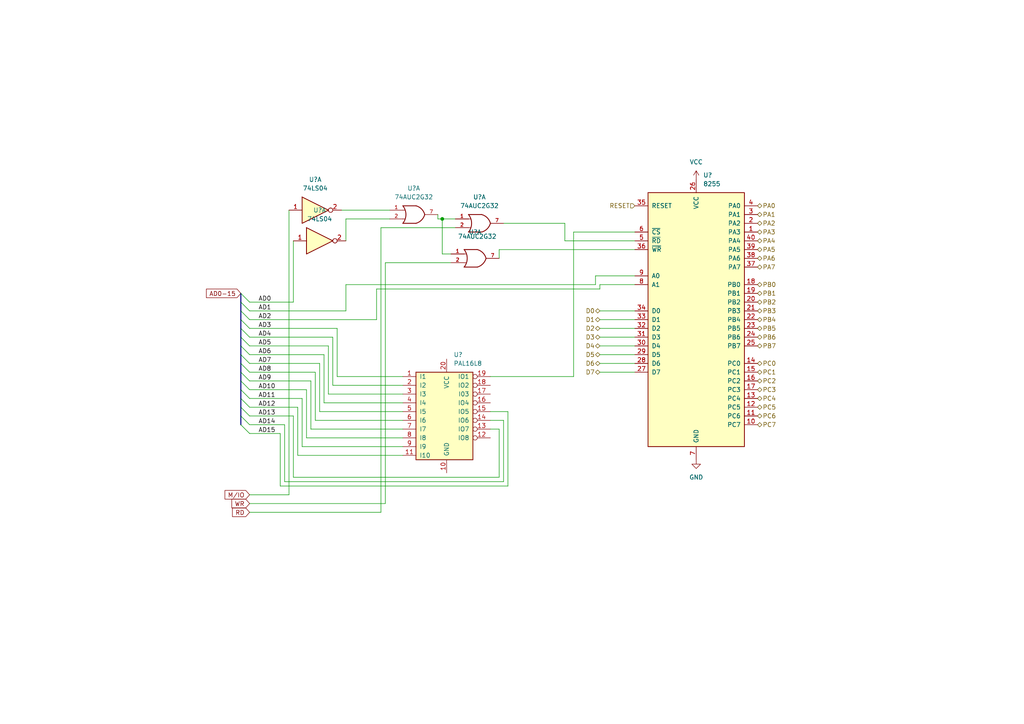
<source format=kicad_sch>
(kicad_sch (version 20211123) (generator eeschema)

  (uuid 2001b9c6-7911-4496-9f20-348592c8f009)

  (paper "A4")

  (lib_symbols
    (symbol "74xGxx:74AUC2G32" (pin_names (offset 1.016)) (in_bom yes) (on_board yes)
      (property "Reference" "U" (id 0) (at -2.54 3.81 0)
        (effects (font (size 1.27 1.27)))
      )
      (property "Value" "74AUC2G32" (id 1) (at 0 -3.81 0)
        (effects (font (size 1.27 1.27)))
      )
      (property "Footprint" "" (id 2) (at 0 0 0)
        (effects (font (size 1.27 1.27)) hide)
      )
      (property "Datasheet" "http://www.ti.com/lit/sg/scyt129e/scyt129e.pdf" (id 3) (at 0 0 0)
        (effects (font (size 1.27 1.27)) hide)
      )
      (property "ki_keywords" "Dual Gate OR LVC CMOS" (id 4) (at 0 0 0)
        (effects (font (size 1.27 1.27)) hide)
      )
      (property "ki_description" "Dual OR Gate, Low-Voltage CMOS" (id 5) (at 0 0 0)
        (effects (font (size 1.27 1.27)) hide)
      )
      (property "ki_fp_filters" "SSOP* VSSOP*" (id 6) (at 0 0 0)
        (effects (font (size 1.27 1.27)) hide)
      )
      (symbol "74AUC2G32_0_1"
        (arc (start -3.81 -2.54) (mid -2.919 0) (end -3.81 2.54)
          (stroke (width 0.254) (type default) (color 0 0 0 0))
          (fill (type none))
        )
        (arc (start 0 -2.54) (mid 1.5993 -1.6027) (end 2.54 0)
          (stroke (width 0.254) (type default) (color 0 0 0 0))
          (fill (type none))
        )
        (polyline
          (pts
            (xy -3.81 -1.27)
            (xy -3.175 -1.27)
          )
          (stroke (width 0) (type default) (color 0 0 0 0))
          (fill (type none))
        )
        (polyline
          (pts
            (xy -3.81 1.27)
            (xy -3.175 1.27)
          )
          (stroke (width 0) (type default) (color 0 0 0 0))
          (fill (type none))
        )
        (polyline
          (pts
            (xy 0 -2.54)
            (xy -3.81 -2.54)
          )
          (stroke (width 0.254) (type default) (color 0 0 0 0))
          (fill (type background))
        )
        (polyline
          (pts
            (xy 0 2.54)
            (xy -3.81 2.54)
          )
          (stroke (width 0.254) (type default) (color 0 0 0 0))
          (fill (type background))
        )
        (arc (start 2.54 0) (mid 1.6119 1.6152) (end 0 2.54)
          (stroke (width 0.254) (type default) (color 0 0 0 0))
          (fill (type none))
        )
        (pin power_in line (at 0 -2.54 270) (length 0) hide
          (name "GND" (effects (font (size 1.016 1.016))))
          (number "4" (effects (font (size 1.016 1.016))))
        )
        (pin power_in line (at 0 2.54 90) (length 0) hide
          (name "VCC" (effects (font (size 1.016 1.016))))
          (number "8" (effects (font (size 1.016 1.016))))
        )
      )
      (symbol "74AUC2G32_1_1"
        (pin input line (at -7.62 1.27 0) (length 3.81)
          (name "~" (effects (font (size 1.016 1.016))))
          (number "1" (effects (font (size 1.016 1.016))))
        )
        (pin input line (at -7.62 -1.27 0) (length 3.81)
          (name "~" (effects (font (size 1.016 1.016))))
          (number "2" (effects (font (size 1.016 1.016))))
        )
        (pin output line (at 6.35 0 180) (length 3.81)
          (name "~" (effects (font (size 1.016 1.016))))
          (number "7" (effects (font (size 1.016 1.016))))
        )
      )
      (symbol "74AUC2G32_2_1"
        (pin output line (at 6.35 0 180) (length 3.81)
          (name "~" (effects (font (size 1.016 1.016))))
          (number "3" (effects (font (size 1.016 1.016))))
        )
        (pin input line (at -7.62 1.27 0) (length 3.81)
          (name "~" (effects (font (size 1.016 1.016))))
          (number "5" (effects (font (size 1.016 1.016))))
        )
        (pin input line (at -7.62 -1.27 0) (length 3.81)
          (name "~" (effects (font (size 1.016 1.016))))
          (number "6" (effects (font (size 1.016 1.016))))
        )
      )
    )
    (symbol "74xx:74LS04" (in_bom yes) (on_board yes)
      (property "Reference" "U" (id 0) (at 0 1.27 0)
        (effects (font (size 1.27 1.27)))
      )
      (property "Value" "74LS04" (id 1) (at 0 -1.27 0)
        (effects (font (size 1.27 1.27)))
      )
      (property "Footprint" "" (id 2) (at 0 0 0)
        (effects (font (size 1.27 1.27)) hide)
      )
      (property "Datasheet" "http://www.ti.com/lit/gpn/sn74LS04" (id 3) (at 0 0 0)
        (effects (font (size 1.27 1.27)) hide)
      )
      (property "ki_locked" "" (id 4) (at 0 0 0)
        (effects (font (size 1.27 1.27)))
      )
      (property "ki_keywords" "TTL not inv" (id 5) (at 0 0 0)
        (effects (font (size 1.27 1.27)) hide)
      )
      (property "ki_description" "Hex Inverter" (id 6) (at 0 0 0)
        (effects (font (size 1.27 1.27)) hide)
      )
      (property "ki_fp_filters" "DIP*W7.62mm* SSOP?14* TSSOP?14*" (id 7) (at 0 0 0)
        (effects (font (size 1.27 1.27)) hide)
      )
      (symbol "74LS04_1_0"
        (polyline
          (pts
            (xy -3.81 3.81)
            (xy -3.81 -3.81)
            (xy 3.81 0)
            (xy -3.81 3.81)
          )
          (stroke (width 0.254) (type default) (color 0 0 0 0))
          (fill (type background))
        )
        (pin input line (at -7.62 0 0) (length 3.81)
          (name "~" (effects (font (size 1.27 1.27))))
          (number "1" (effects (font (size 1.27 1.27))))
        )
        (pin output inverted (at 7.62 0 180) (length 3.81)
          (name "~" (effects (font (size 1.27 1.27))))
          (number "2" (effects (font (size 1.27 1.27))))
        )
      )
      (symbol "74LS04_2_0"
        (polyline
          (pts
            (xy -3.81 3.81)
            (xy -3.81 -3.81)
            (xy 3.81 0)
            (xy -3.81 3.81)
          )
          (stroke (width 0.254) (type default) (color 0 0 0 0))
          (fill (type background))
        )
        (pin input line (at -7.62 0 0) (length 3.81)
          (name "~" (effects (font (size 1.27 1.27))))
          (number "3" (effects (font (size 1.27 1.27))))
        )
        (pin output inverted (at 7.62 0 180) (length 3.81)
          (name "~" (effects (font (size 1.27 1.27))))
          (number "4" (effects (font (size 1.27 1.27))))
        )
      )
      (symbol "74LS04_3_0"
        (polyline
          (pts
            (xy -3.81 3.81)
            (xy -3.81 -3.81)
            (xy 3.81 0)
            (xy -3.81 3.81)
          )
          (stroke (width 0.254) (type default) (color 0 0 0 0))
          (fill (type background))
        )
        (pin input line (at -7.62 0 0) (length 3.81)
          (name "~" (effects (font (size 1.27 1.27))))
          (number "5" (effects (font (size 1.27 1.27))))
        )
        (pin output inverted (at 7.62 0 180) (length 3.81)
          (name "~" (effects (font (size 1.27 1.27))))
          (number "6" (effects (font (size 1.27 1.27))))
        )
      )
      (symbol "74LS04_4_0"
        (polyline
          (pts
            (xy -3.81 3.81)
            (xy -3.81 -3.81)
            (xy 3.81 0)
            (xy -3.81 3.81)
          )
          (stroke (width 0.254) (type default) (color 0 0 0 0))
          (fill (type background))
        )
        (pin output inverted (at 7.62 0 180) (length 3.81)
          (name "~" (effects (font (size 1.27 1.27))))
          (number "8" (effects (font (size 1.27 1.27))))
        )
        (pin input line (at -7.62 0 0) (length 3.81)
          (name "~" (effects (font (size 1.27 1.27))))
          (number "9" (effects (font (size 1.27 1.27))))
        )
      )
      (symbol "74LS04_5_0"
        (polyline
          (pts
            (xy -3.81 3.81)
            (xy -3.81 -3.81)
            (xy 3.81 0)
            (xy -3.81 3.81)
          )
          (stroke (width 0.254) (type default) (color 0 0 0 0))
          (fill (type background))
        )
        (pin output inverted (at 7.62 0 180) (length 3.81)
          (name "~" (effects (font (size 1.27 1.27))))
          (number "10" (effects (font (size 1.27 1.27))))
        )
        (pin input line (at -7.62 0 0) (length 3.81)
          (name "~" (effects (font (size 1.27 1.27))))
          (number "11" (effects (font (size 1.27 1.27))))
        )
      )
      (symbol "74LS04_6_0"
        (polyline
          (pts
            (xy -3.81 3.81)
            (xy -3.81 -3.81)
            (xy 3.81 0)
            (xy -3.81 3.81)
          )
          (stroke (width 0.254) (type default) (color 0 0 0 0))
          (fill (type background))
        )
        (pin output inverted (at 7.62 0 180) (length 3.81)
          (name "~" (effects (font (size 1.27 1.27))))
          (number "12" (effects (font (size 1.27 1.27))))
        )
        (pin input line (at -7.62 0 0) (length 3.81)
          (name "~" (effects (font (size 1.27 1.27))))
          (number "13" (effects (font (size 1.27 1.27))))
        )
      )
      (symbol "74LS04_7_0"
        (pin power_in line (at 0 12.7 270) (length 5.08)
          (name "VCC" (effects (font (size 1.27 1.27))))
          (number "14" (effects (font (size 1.27 1.27))))
        )
        (pin power_in line (at 0 -12.7 90) (length 5.08)
          (name "GND" (effects (font (size 1.27 1.27))))
          (number "7" (effects (font (size 1.27 1.27))))
        )
      )
      (symbol "74LS04_7_1"
        (rectangle (start -5.08 7.62) (end 5.08 -7.62)
          (stroke (width 0.254) (type default) (color 0 0 0 0))
          (fill (type background))
        )
      )
    )
    (symbol "Interface:8255" (pin_names (offset 1.016)) (in_bom yes) (on_board yes)
      (property "Reference" "U" (id 0) (at -13.97 38.1 0)
        (effects (font (size 1.27 1.27)) (justify left))
      )
      (property "Value" "8255" (id 1) (at 8.89 38.1 0)
        (effects (font (size 1.27 1.27)) (justify left))
      )
      (property "Footprint" "Package_DIP:DIP-40_W15.24mm" (id 2) (at 0 7.62 0)
        (effects (font (size 1.27 1.27)) hide)
      )
      (property "Datasheet" "http://aturing.umcs.maine.edu/~meadow/courses/cos335/Intel8255A.pdf" (id 3) (at 0 7.62 0)
        (effects (font (size 1.27 1.27)) hide)
      )
      (property "ki_keywords" "8255 PPI" (id 4) (at 0 0 0)
        (effects (font (size 1.27 1.27)) hide)
      )
      (property "ki_description" "Programmable Peripheral Interface, PDIP-40" (id 5) (at 0 0 0)
        (effects (font (size 1.27 1.27)) hide)
      )
      (property "ki_fp_filters" "DIP*W15.24mm* PDIP*W15.24mm*" (id 6) (at 0 0 0)
        (effects (font (size 1.27 1.27)) hide)
      )
      (symbol "8255_1_1"
        (rectangle (start -13.97 -36.83) (end 13.97 36.83)
          (stroke (width 0.254) (type default) (color 0 0 0 0))
          (fill (type background))
        )
        (pin bidirectional line (at 17.78 25.4 180) (length 3.81)
          (name "PA3" (effects (font (size 1.27 1.27))))
          (number "1" (effects (font (size 1.27 1.27))))
        )
        (pin bidirectional line (at 17.78 -30.48 180) (length 3.81)
          (name "PC7" (effects (font (size 1.27 1.27))))
          (number "10" (effects (font (size 1.27 1.27))))
        )
        (pin bidirectional line (at 17.78 -27.94 180) (length 3.81)
          (name "PC6" (effects (font (size 1.27 1.27))))
          (number "11" (effects (font (size 1.27 1.27))))
        )
        (pin bidirectional line (at 17.78 -25.4 180) (length 3.81)
          (name "PC5" (effects (font (size 1.27 1.27))))
          (number "12" (effects (font (size 1.27 1.27))))
        )
        (pin bidirectional line (at 17.78 -22.86 180) (length 3.81)
          (name "PC4" (effects (font (size 1.27 1.27))))
          (number "13" (effects (font (size 1.27 1.27))))
        )
        (pin bidirectional line (at 17.78 -12.7 180) (length 3.81)
          (name "PC0" (effects (font (size 1.27 1.27))))
          (number "14" (effects (font (size 1.27 1.27))))
        )
        (pin bidirectional line (at 17.78 -15.24 180) (length 3.81)
          (name "PC1" (effects (font (size 1.27 1.27))))
          (number "15" (effects (font (size 1.27 1.27))))
        )
        (pin bidirectional line (at 17.78 -17.78 180) (length 3.81)
          (name "PC2" (effects (font (size 1.27 1.27))))
          (number "16" (effects (font (size 1.27 1.27))))
        )
        (pin bidirectional line (at 17.78 -20.32 180) (length 3.81)
          (name "PC3" (effects (font (size 1.27 1.27))))
          (number "17" (effects (font (size 1.27 1.27))))
        )
        (pin bidirectional line (at 17.78 10.16 180) (length 3.81)
          (name "PB0" (effects (font (size 1.27 1.27))))
          (number "18" (effects (font (size 1.27 1.27))))
        )
        (pin bidirectional line (at 17.78 7.62 180) (length 3.81)
          (name "PB1" (effects (font (size 1.27 1.27))))
          (number "19" (effects (font (size 1.27 1.27))))
        )
        (pin bidirectional line (at 17.78 27.94 180) (length 3.81)
          (name "PA2" (effects (font (size 1.27 1.27))))
          (number "2" (effects (font (size 1.27 1.27))))
        )
        (pin bidirectional line (at 17.78 5.08 180) (length 3.81)
          (name "PB2" (effects (font (size 1.27 1.27))))
          (number "20" (effects (font (size 1.27 1.27))))
        )
        (pin bidirectional line (at 17.78 2.54 180) (length 3.81)
          (name "PB3" (effects (font (size 1.27 1.27))))
          (number "21" (effects (font (size 1.27 1.27))))
        )
        (pin bidirectional line (at 17.78 0 180) (length 3.81)
          (name "PB4" (effects (font (size 1.27 1.27))))
          (number "22" (effects (font (size 1.27 1.27))))
        )
        (pin bidirectional line (at 17.78 -2.54 180) (length 3.81)
          (name "PB5" (effects (font (size 1.27 1.27))))
          (number "23" (effects (font (size 1.27 1.27))))
        )
        (pin bidirectional line (at 17.78 -5.08 180) (length 3.81)
          (name "PB6" (effects (font (size 1.27 1.27))))
          (number "24" (effects (font (size 1.27 1.27))))
        )
        (pin bidirectional line (at 17.78 -7.62 180) (length 3.81)
          (name "PB7" (effects (font (size 1.27 1.27))))
          (number "25" (effects (font (size 1.27 1.27))))
        )
        (pin power_in line (at 0 40.64 270) (length 3.81)
          (name "VCC" (effects (font (size 1.27 1.27))))
          (number "26" (effects (font (size 1.27 1.27))))
        )
        (pin bidirectional line (at -17.78 -15.24 0) (length 3.81)
          (name "D7" (effects (font (size 1.27 1.27))))
          (number "27" (effects (font (size 1.27 1.27))))
        )
        (pin bidirectional line (at -17.78 -12.7 0) (length 3.81)
          (name "D6" (effects (font (size 1.27 1.27))))
          (number "28" (effects (font (size 1.27 1.27))))
        )
        (pin bidirectional line (at -17.78 -10.16 0) (length 3.81)
          (name "D5" (effects (font (size 1.27 1.27))))
          (number "29" (effects (font (size 1.27 1.27))))
        )
        (pin bidirectional line (at 17.78 30.48 180) (length 3.81)
          (name "PA1" (effects (font (size 1.27 1.27))))
          (number "3" (effects (font (size 1.27 1.27))))
        )
        (pin bidirectional line (at -17.78 -7.62 0) (length 3.81)
          (name "D4" (effects (font (size 1.27 1.27))))
          (number "30" (effects (font (size 1.27 1.27))))
        )
        (pin bidirectional line (at -17.78 -5.08 0) (length 3.81)
          (name "D3" (effects (font (size 1.27 1.27))))
          (number "31" (effects (font (size 1.27 1.27))))
        )
        (pin bidirectional line (at -17.78 -2.54 0) (length 3.81)
          (name "D2" (effects (font (size 1.27 1.27))))
          (number "32" (effects (font (size 1.27 1.27))))
        )
        (pin bidirectional line (at -17.78 0 0) (length 3.81)
          (name "D1" (effects (font (size 1.27 1.27))))
          (number "33" (effects (font (size 1.27 1.27))))
        )
        (pin bidirectional line (at -17.78 2.54 0) (length 3.81)
          (name "D0" (effects (font (size 1.27 1.27))))
          (number "34" (effects (font (size 1.27 1.27))))
        )
        (pin input line (at -17.78 33.02 0) (length 3.81)
          (name "RESET" (effects (font (size 1.27 1.27))))
          (number "35" (effects (font (size 1.27 1.27))))
        )
        (pin input line (at -17.78 20.32 0) (length 3.81)
          (name "~{WR}" (effects (font (size 1.27 1.27))))
          (number "36" (effects (font (size 1.27 1.27))))
        )
        (pin bidirectional line (at 17.78 15.24 180) (length 3.81)
          (name "PA7" (effects (font (size 1.27 1.27))))
          (number "37" (effects (font (size 1.27 1.27))))
        )
        (pin bidirectional line (at 17.78 17.78 180) (length 3.81)
          (name "PA6" (effects (font (size 1.27 1.27))))
          (number "38" (effects (font (size 1.27 1.27))))
        )
        (pin bidirectional line (at 17.78 20.32 180) (length 3.81)
          (name "PA5" (effects (font (size 1.27 1.27))))
          (number "39" (effects (font (size 1.27 1.27))))
        )
        (pin bidirectional line (at 17.78 33.02 180) (length 3.81)
          (name "PA0" (effects (font (size 1.27 1.27))))
          (number "4" (effects (font (size 1.27 1.27))))
        )
        (pin bidirectional line (at 17.78 22.86 180) (length 3.81)
          (name "PA4" (effects (font (size 1.27 1.27))))
          (number "40" (effects (font (size 1.27 1.27))))
        )
        (pin input line (at -17.78 22.86 0) (length 3.81)
          (name "~{RD}" (effects (font (size 1.27 1.27))))
          (number "5" (effects (font (size 1.27 1.27))))
        )
        (pin input line (at -17.78 25.4 0) (length 3.81)
          (name "~{CS}" (effects (font (size 1.27 1.27))))
          (number "6" (effects (font (size 1.27 1.27))))
        )
        (pin power_in line (at 0 -40.64 90) (length 3.81)
          (name "GND" (effects (font (size 1.27 1.27))))
          (number "7" (effects (font (size 1.27 1.27))))
        )
        (pin input line (at -17.78 10.16 0) (length 3.81)
          (name "A1" (effects (font (size 1.27 1.27))))
          (number "8" (effects (font (size 1.27 1.27))))
        )
        (pin input line (at -17.78 12.7 0) (length 3.81)
          (name "A0" (effects (font (size 1.27 1.27))))
          (number "9" (effects (font (size 1.27 1.27))))
        )
      )
    )
    (symbol "Logic_Programmable:PAL16L8" (pin_names (offset 1.016)) (in_bom yes) (on_board yes)
      (property "Reference" "U" (id 0) (at -8.89 16.51 0)
        (effects (font (size 1.27 1.27)) (justify left))
      )
      (property "Value" "PAL16L8" (id 1) (at 1.27 16.51 0)
        (effects (font (size 1.27 1.27)) (justify left))
      )
      (property "Footprint" "" (id 2) (at 0 0 0)
        (effects (font (size 1.27 1.27)) hide)
      )
      (property "Datasheet" "" (id 3) (at 0 0 0)
        (effects (font (size 1.27 1.27)) hide)
      )
      (property "ki_keywords" "PAL PLD 16L8" (id 4) (at 0 0 0)
        (effects (font (size 1.27 1.27)) hide)
      )
      (property "ki_description" "Programmable Logic Array, DIP-20" (id 5) (at 0 0 0)
        (effects (font (size 1.27 1.27)) hide)
      )
      (property "ki_fp_filters" "DIP* PDIP*" (id 6) (at 0 0 0)
        (effects (font (size 1.27 1.27)) hide)
      )
      (symbol "PAL16L8_0_0"
        (pin power_in line (at 0 -15.24 90) (length 3.81)
          (name "GND" (effects (font (size 1.27 1.27))))
          (number "10" (effects (font (size 1.27 1.27))))
        )
        (pin power_in line (at 0 17.78 270) (length 3.81)
          (name "VCC" (effects (font (size 1.27 1.27))))
          (number "20" (effects (font (size 1.27 1.27))))
        )
      )
      (symbol "PAL16L8_0_1"
        (rectangle (start -8.89 13.97) (end 7.62 -11.43)
          (stroke (width 0.254) (type default) (color 0 0 0 0))
          (fill (type background))
        )
      )
      (symbol "PAL16L8_1_1"
        (pin input line (at -12.7 12.7 0) (length 3.81)
          (name "I1" (effects (font (size 1.27 1.27))))
          (number "1" (effects (font (size 1.27 1.27))))
        )
        (pin input line (at -12.7 -10.16 0) (length 3.81)
          (name "I10" (effects (font (size 1.27 1.27))))
          (number "11" (effects (font (size 1.27 1.27))))
        )
        (pin tri_state inverted (at 12.7 -5.08 180) (length 5.08)
          (name "IO8" (effects (font (size 1.27 1.27))))
          (number "12" (effects (font (size 1.27 1.27))))
        )
        (pin tri_state inverted (at 12.7 -2.54 180) (length 5.08)
          (name "IO7" (effects (font (size 1.27 1.27))))
          (number "13" (effects (font (size 1.27 1.27))))
        )
        (pin tri_state inverted (at 12.7 0 180) (length 5.08)
          (name "IO6" (effects (font (size 1.27 1.27))))
          (number "14" (effects (font (size 1.27 1.27))))
        )
        (pin tri_state inverted (at 12.7 2.54 180) (length 5.08)
          (name "IO5" (effects (font (size 1.27 1.27))))
          (number "15" (effects (font (size 1.27 1.27))))
        )
        (pin tri_state inverted (at 12.7 5.08 180) (length 5.08)
          (name "IO4" (effects (font (size 1.27 1.27))))
          (number "16" (effects (font (size 1.27 1.27))))
        )
        (pin tri_state inverted (at 12.7 7.62 180) (length 5.08)
          (name "I03" (effects (font (size 1.27 1.27))))
          (number "17" (effects (font (size 1.27 1.27))))
        )
        (pin tri_state inverted (at 12.7 10.16 180) (length 5.08)
          (name "IO2" (effects (font (size 1.27 1.27))))
          (number "18" (effects (font (size 1.27 1.27))))
        )
        (pin tri_state inverted (at 12.7 12.7 180) (length 5.08)
          (name "IO1" (effects (font (size 1.27 1.27))))
          (number "19" (effects (font (size 1.27 1.27))))
        )
        (pin input line (at -12.7 10.16 0) (length 3.81)
          (name "I2" (effects (font (size 1.27 1.27))))
          (number "2" (effects (font (size 1.27 1.27))))
        )
        (pin input line (at -12.7 7.62 0) (length 3.81)
          (name "I3" (effects (font (size 1.27 1.27))))
          (number "3" (effects (font (size 1.27 1.27))))
        )
        (pin input line (at -12.7 5.08 0) (length 3.81)
          (name "I4" (effects (font (size 1.27 1.27))))
          (number "4" (effects (font (size 1.27 1.27))))
        )
        (pin input line (at -12.7 2.54 0) (length 3.81)
          (name "I5" (effects (font (size 1.27 1.27))))
          (number "5" (effects (font (size 1.27 1.27))))
        )
        (pin input line (at -12.7 0 0) (length 3.81)
          (name "I6" (effects (font (size 1.27 1.27))))
          (number "6" (effects (font (size 1.27 1.27))))
        )
        (pin input line (at -12.7 -2.54 0) (length 3.81)
          (name "I7" (effects (font (size 1.27 1.27))))
          (number "7" (effects (font (size 1.27 1.27))))
        )
        (pin input line (at -12.7 -5.08 0) (length 3.81)
          (name "I8" (effects (font (size 1.27 1.27))))
          (number "8" (effects (font (size 1.27 1.27))))
        )
        (pin input line (at -12.7 -7.62 0) (length 3.81)
          (name "I9" (effects (font (size 1.27 1.27))))
          (number "9" (effects (font (size 1.27 1.27))))
        )
      )
    )
    (symbol "power:GND" (power) (pin_names (offset 0)) (in_bom yes) (on_board yes)
      (property "Reference" "#PWR" (id 0) (at 0 -6.35 0)
        (effects (font (size 1.27 1.27)) hide)
      )
      (property "Value" "GND" (id 1) (at 0 -3.81 0)
        (effects (font (size 1.27 1.27)))
      )
      (property "Footprint" "" (id 2) (at 0 0 0)
        (effects (font (size 1.27 1.27)) hide)
      )
      (property "Datasheet" "" (id 3) (at 0 0 0)
        (effects (font (size 1.27 1.27)) hide)
      )
      (property "ki_keywords" "power-flag" (id 4) (at 0 0 0)
        (effects (font (size 1.27 1.27)) hide)
      )
      (property "ki_description" "Power symbol creates a global label with name \"GND\" , ground" (id 5) (at 0 0 0)
        (effects (font (size 1.27 1.27)) hide)
      )
      (symbol "GND_0_1"
        (polyline
          (pts
            (xy 0 0)
            (xy 0 -1.27)
            (xy 1.27 -1.27)
            (xy 0 -2.54)
            (xy -1.27 -1.27)
            (xy 0 -1.27)
          )
          (stroke (width 0) (type default) (color 0 0 0 0))
          (fill (type none))
        )
      )
      (symbol "GND_1_1"
        (pin power_in line (at 0 0 270) (length 0) hide
          (name "GND" (effects (font (size 1.27 1.27))))
          (number "1" (effects (font (size 1.27 1.27))))
        )
      )
    )
    (symbol "power:VCC" (power) (pin_names (offset 0)) (in_bom yes) (on_board yes)
      (property "Reference" "#PWR" (id 0) (at 0 -3.81 0)
        (effects (font (size 1.27 1.27)) hide)
      )
      (property "Value" "VCC" (id 1) (at 0 3.81 0)
        (effects (font (size 1.27 1.27)))
      )
      (property "Footprint" "" (id 2) (at 0 0 0)
        (effects (font (size 1.27 1.27)) hide)
      )
      (property "Datasheet" "" (id 3) (at 0 0 0)
        (effects (font (size 1.27 1.27)) hide)
      )
      (property "ki_keywords" "power-flag" (id 4) (at 0 0 0)
        (effects (font (size 1.27 1.27)) hide)
      )
      (property "ki_description" "Power symbol creates a global label with name \"VCC\"" (id 5) (at 0 0 0)
        (effects (font (size 1.27 1.27)) hide)
      )
      (symbol "VCC_0_1"
        (polyline
          (pts
            (xy -0.762 1.27)
            (xy 0 2.54)
          )
          (stroke (width 0) (type default) (color 0 0 0 0))
          (fill (type none))
        )
        (polyline
          (pts
            (xy 0 0)
            (xy 0 2.54)
          )
          (stroke (width 0) (type default) (color 0 0 0 0))
          (fill (type none))
        )
        (polyline
          (pts
            (xy 0 2.54)
            (xy 0.762 1.27)
          )
          (stroke (width 0) (type default) (color 0 0 0 0))
          (fill (type none))
        )
      )
      (symbol "VCC_1_1"
        (pin power_in line (at 0 0 90) (length 0) hide
          (name "VCC" (effects (font (size 1.27 1.27))))
          (number "1" (effects (font (size 1.27 1.27))))
        )
      )
    )
  )

  (junction (at 128.27 63.5) (diameter 0) (color 0 0 0 0)
    (uuid 6a7375cc-f4e4-4bef-abc3-68911df7225b)
  )

  (bus_entry (at 69.85 118.11) (size 2.54 2.54)
    (stroke (width 0) (type default) (color 0 0 0 0))
    (uuid 20138f4a-7573-4f5c-8436-25bd95f4738f)
  )
  (bus_entry (at 69.85 97.79) (size 2.54 2.54)
    (stroke (width 0) (type default) (color 0 0 0 0))
    (uuid 43af7b7b-7a0f-4013-9b11-62a10a5aa7e8)
  )
  (bus_entry (at 69.85 113.03) (size 2.54 2.54)
    (stroke (width 0) (type default) (color 0 0 0 0))
    (uuid 4bdd6e26-78d6-4e4f-ad91-854769a21cfe)
  )
  (bus_entry (at 69.85 100.33) (size 2.54 2.54)
    (stroke (width 0) (type default) (color 0 0 0 0))
    (uuid 605758fa-6cee-4975-a020-47e96c065171)
  )
  (bus_entry (at 69.85 90.17) (size 2.54 2.54)
    (stroke (width 0) (type default) (color 0 0 0 0))
    (uuid 6f2f19c7-09cb-468b-9760-777327548075)
  )
  (bus_entry (at 69.85 92.71) (size 2.54 2.54)
    (stroke (width 0) (type default) (color 0 0 0 0))
    (uuid 87c91a8c-c41a-4625-a43a-629bfbec1910)
  )
  (bus_entry (at 69.85 95.25) (size 2.54 2.54)
    (stroke (width 0) (type default) (color 0 0 0 0))
    (uuid 9f07841c-7ea4-45a3-aaf3-20bfb56e2de5)
  )
  (bus_entry (at 69.85 105.41) (size 2.54 2.54)
    (stroke (width 0) (type default) (color 0 0 0 0))
    (uuid a38b776b-c508-49a0-a4d5-74f1f0576461)
  )
  (bus_entry (at 69.85 110.49) (size 2.54 2.54)
    (stroke (width 0) (type default) (color 0 0 0 0))
    (uuid bdcc4ad6-15e0-4ba4-a34b-c4a6325add4b)
  )
  (bus_entry (at 69.85 115.57) (size 2.54 2.54)
    (stroke (width 0) (type default) (color 0 0 0 0))
    (uuid c1b61cf2-4aca-4063-b060-7f9dd8f1de97)
  )
  (bus_entry (at 69.85 123.19) (size 2.54 2.54)
    (stroke (width 0) (type default) (color 0 0 0 0))
    (uuid cf5fc246-8164-4c05-ad16-770879cbd2c9)
  )
  (bus_entry (at 69.85 107.95) (size 2.54 2.54)
    (stroke (width 0) (type default) (color 0 0 0 0))
    (uuid d43d9ab6-a25b-487b-9e4d-7d8b34250c56)
  )
  (bus_entry (at 69.85 102.87) (size 2.54 2.54)
    (stroke (width 0) (type default) (color 0 0 0 0))
    (uuid dc97bb21-bf5f-497c-81a6-f9eabebc2267)
  )
  (bus_entry (at 69.85 85.09) (size 2.54 2.54)
    (stroke (width 0) (type default) (color 0 0 0 0))
    (uuid ec36ade8-cf86-49ce-8f68-5fa3e1b375d8)
  )
  (bus_entry (at 69.85 87.63) (size 2.54 2.54)
    (stroke (width 0) (type default) (color 0 0 0 0))
    (uuid f32bf917-14d7-438d-bd1c-0d37d42a2e90)
  )
  (bus_entry (at 69.85 120.65) (size 2.54 2.54)
    (stroke (width 0) (type default) (color 0 0 0 0))
    (uuid fcb8d871-1798-491b-b1c8-614b6e7ecb7a)
  )

  (wire (pts (xy 146.05 121.92) (xy 142.24 121.92))
    (stroke (width 0) (type default) (color 0 0 0 0))
    (uuid 0036b835-46a0-4f8b-9f90-05b3d278b2f4)
  )
  (wire (pts (xy 128.27 63.5) (xy 132.08 63.5))
    (stroke (width 0) (type default) (color 0 0 0 0))
    (uuid 019e30f5-f6b8-4551-8156-c943af7596e9)
  )
  (wire (pts (xy 173.99 92.71) (xy 184.15 92.71))
    (stroke (width 0) (type default) (color 0 0 0 0))
    (uuid 0501690e-cb01-4f6d-ada7-e64f5e9dabaf)
  )
  (wire (pts (xy 72.39 97.79) (xy 96.52 97.79))
    (stroke (width 0) (type default) (color 0 0 0 0))
    (uuid 0821b1e9-6076-4a87-a1f1-0bc817dc4529)
  )
  (bus (pts (xy 69.85 87.63) (xy 69.85 90.17))
    (stroke (width 0) (type default) (color 0 0 0 0))
    (uuid 0c351c99-a9fe-4ffa-a300-519a2abbd062)
  )

  (wire (pts (xy 127 63.5) (xy 128.27 63.5))
    (stroke (width 0) (type default) (color 0 0 0 0))
    (uuid 0de69dcc-e972-4426-bddc-66b32dcec52e)
  )
  (wire (pts (xy 173.99 102.87) (xy 184.15 102.87))
    (stroke (width 0) (type default) (color 0 0 0 0))
    (uuid 0ee9f827-7200-43c9-a834-ef1e7134c4be)
  )
  (wire (pts (xy 95.25 100.33) (xy 95.25 114.3))
    (stroke (width 0) (type default) (color 0 0 0 0))
    (uuid 103611c7-aede-4c04-9f05-b85018410509)
  )
  (wire (pts (xy 72.39 120.65) (xy 85.09 120.65))
    (stroke (width 0) (type default) (color 0 0 0 0))
    (uuid 107204b3-aca7-4cd6-b336-b723e6eb2a6a)
  )
  (wire (pts (xy 147.32 119.38) (xy 142.24 119.38))
    (stroke (width 0) (type default) (color 0 0 0 0))
    (uuid 117a5532-235b-4380-96a8-97b210904c2e)
  )
  (wire (pts (xy 166.37 67.31) (xy 166.37 109.22))
    (stroke (width 0) (type default) (color 0 0 0 0))
    (uuid 122b9952-e7be-4ade-b42d-2ebc09e2cb42)
  )
  (wire (pts (xy 144.78 72.39) (xy 184.15 72.39))
    (stroke (width 0) (type default) (color 0 0 0 0))
    (uuid 16c3de70-feca-49cf-adf1-6903a06776b0)
  )
  (wire (pts (xy 83.82 60.96) (xy 83.82 143.51))
    (stroke (width 0) (type default) (color 0 0 0 0))
    (uuid 173c492f-6b54-47f8-ae08-8b5c2307aa47)
  )
  (wire (pts (xy 110.49 66.04) (xy 132.08 66.04))
    (stroke (width 0) (type default) (color 0 0 0 0))
    (uuid 19ca0d38-52c2-4328-8af3-f75c4750b044)
  )
  (wire (pts (xy 88.9 127) (xy 116.84 127))
    (stroke (width 0) (type default) (color 0 0 0 0))
    (uuid 19ddab07-2a00-45ba-a17b-f3be4a72d3a5)
  )
  (wire (pts (xy 147.32 140.97) (xy 147.32 119.38))
    (stroke (width 0) (type default) (color 0 0 0 0))
    (uuid 1d3cedb4-7091-467b-ac4e-b5bb66d7cf27)
  )
  (bus (pts (xy 69.85 107.95) (xy 69.85 110.49))
    (stroke (width 0) (type default) (color 0 0 0 0))
    (uuid 1d543f32-360a-491c-b22d-58705ff90b39)
  )

  (wire (pts (xy 95.25 114.3) (xy 116.84 114.3))
    (stroke (width 0) (type default) (color 0 0 0 0))
    (uuid 1d6bbee8-7365-4c4d-bc08-5ab411adece8)
  )
  (wire (pts (xy 142.24 109.22) (xy 166.37 109.22))
    (stroke (width 0) (type default) (color 0 0 0 0))
    (uuid 206d0dea-fbfd-41e9-829c-dc52bd48b5b9)
  )
  (wire (pts (xy 87.63 115.57) (xy 87.63 129.54))
    (stroke (width 0) (type default) (color 0 0 0 0))
    (uuid 24d89b38-e8b9-4905-a8c7-bb278b721bc6)
  )
  (wire (pts (xy 72.39 118.11) (xy 86.36 118.11))
    (stroke (width 0) (type default) (color 0 0 0 0))
    (uuid 299fac50-de92-4eab-9bd4-6bfb50b26e5c)
  )
  (wire (pts (xy 99.06 60.96) (xy 113.03 60.96))
    (stroke (width 0) (type default) (color 0 0 0 0))
    (uuid 29d16317-25b1-43d6-95f9-45ce0f4972b2)
  )
  (wire (pts (xy 90.17 124.46) (xy 116.84 124.46))
    (stroke (width 0) (type default) (color 0 0 0 0))
    (uuid 2ca73da2-eab8-42c8-aee3-e39fee39507f)
  )
  (wire (pts (xy 87.63 129.54) (xy 116.84 129.54))
    (stroke (width 0) (type default) (color 0 0 0 0))
    (uuid 2cb80a3c-73e0-49ca-92ad-4603b3e8b9d6)
  )
  (wire (pts (xy 86.36 118.11) (xy 86.36 132.08))
    (stroke (width 0) (type default) (color 0 0 0 0))
    (uuid 300332c4-c977-4361-8df6-78087c985835)
  )
  (wire (pts (xy 72.39 95.25) (xy 97.79 95.25))
    (stroke (width 0) (type default) (color 0 0 0 0))
    (uuid 36b51081-1998-4076-8e65-7cfa10e3b478)
  )
  (bus (pts (xy 69.85 95.25) (xy 69.85 97.79))
    (stroke (width 0) (type default) (color 0 0 0 0))
    (uuid 3ca920e4-eea5-458e-8624-5768b6b3d555)
  )

  (wire (pts (xy 100.33 82.55) (xy 172.72 82.55))
    (stroke (width 0) (type default) (color 0 0 0 0))
    (uuid 3de4571d-7ea3-4c1a-8f2c-91b57a583e28)
  )
  (wire (pts (xy 172.72 82.55) (xy 172.72 80.01))
    (stroke (width 0) (type default) (color 0 0 0 0))
    (uuid 42806e55-f4bf-4ce5-8188-eaf94de13599)
  )
  (wire (pts (xy 72.39 110.49) (xy 90.17 110.49))
    (stroke (width 0) (type default) (color 0 0 0 0))
    (uuid 43414e17-8d36-4561-98a2-e42ec51d2c7e)
  )
  (wire (pts (xy 97.79 109.22) (xy 116.84 109.22))
    (stroke (width 0) (type default) (color 0 0 0 0))
    (uuid 44c18eff-66a1-4996-a19e-d9d5dc9aecbc)
  )
  (wire (pts (xy 72.39 105.41) (xy 92.71 105.41))
    (stroke (width 0) (type default) (color 0 0 0 0))
    (uuid 4a117d1b-907d-455a-b5c9-b9092781f926)
  )
  (wire (pts (xy 82.55 123.19) (xy 82.55 139.7))
    (stroke (width 0) (type default) (color 0 0 0 0))
    (uuid 4b076cf3-c29b-47db-be94-05be42ca4907)
  )
  (wire (pts (xy 72.39 143.51) (xy 83.82 143.51))
    (stroke (width 0) (type default) (color 0 0 0 0))
    (uuid 4b7ec783-3f62-4db8-9529-d07fd06e46c0)
  )
  (wire (pts (xy 72.39 115.57) (xy 87.63 115.57))
    (stroke (width 0) (type default) (color 0 0 0 0))
    (uuid 4bdda816-6138-427c-8781-4049addcf2bc)
  )
  (wire (pts (xy 72.39 146.05) (xy 111.76 146.05))
    (stroke (width 0) (type default) (color 0 0 0 0))
    (uuid 52ca17b5-5a29-480c-8798-1169f1909330)
  )
  (bus (pts (xy 69.85 113.03) (xy 69.85 115.57))
    (stroke (width 0) (type default) (color 0 0 0 0))
    (uuid 56a1010f-4465-419b-ae33-14247bf9d0c2)
  )
  (bus (pts (xy 69.85 92.71) (xy 69.85 95.25))
    (stroke (width 0) (type default) (color 0 0 0 0))
    (uuid 56ce768b-acb8-42bc-ab64-1b583b2c6959)
  )

  (wire (pts (xy 72.39 90.17) (xy 100.33 90.17))
    (stroke (width 0) (type default) (color 0 0 0 0))
    (uuid 5df9c877-89c1-4596-98ea-8b1bf7b1feb6)
  )
  (wire (pts (xy 144.78 124.46) (xy 142.24 124.46))
    (stroke (width 0) (type default) (color 0 0 0 0))
    (uuid 60d8c159-581b-429b-bafc-7c7cb6a4063c)
  )
  (wire (pts (xy 72.39 107.95) (xy 91.44 107.95))
    (stroke (width 0) (type default) (color 0 0 0 0))
    (uuid 68a58c73-ae80-4655-8992-e6c90137ea23)
  )
  (wire (pts (xy 100.33 69.85) (xy 100.33 63.5))
    (stroke (width 0) (type default) (color 0 0 0 0))
    (uuid 6a05d85b-bb7b-485d-b846-12c3cbf56233)
  )
  (wire (pts (xy 128.27 73.66) (xy 130.81 73.66))
    (stroke (width 0) (type default) (color 0 0 0 0))
    (uuid 6b1b2b99-e01d-4e32-82b8-c6dadbb00fc3)
  )
  (wire (pts (xy 163.83 69.85) (xy 184.15 69.85))
    (stroke (width 0) (type default) (color 0 0 0 0))
    (uuid 73489dc3-68ce-48ba-819e-4f98e11c21e6)
  )
  (bus (pts (xy 69.85 115.57) (xy 69.85 118.11))
    (stroke (width 0) (type default) (color 0 0 0 0))
    (uuid 7369d880-f944-4530-b64c-00c29528ff40)
  )

  (wire (pts (xy 91.44 121.92) (xy 116.84 121.92))
    (stroke (width 0) (type default) (color 0 0 0 0))
    (uuid 73ee1f50-ddc6-44e0-adf8-ee624c7b8453)
  )
  (wire (pts (xy 173.99 82.55) (xy 184.15 82.55))
    (stroke (width 0) (type default) (color 0 0 0 0))
    (uuid 764ad096-a00a-49ce-8f23-94ec3d0f4801)
  )
  (wire (pts (xy 86.36 132.08) (xy 116.84 132.08))
    (stroke (width 0) (type default) (color 0 0 0 0))
    (uuid 77906f40-6ebc-4bb7-b8ff-6f139f5e3a42)
  )
  (wire (pts (xy 97.79 109.22) (xy 97.79 95.25))
    (stroke (width 0) (type default) (color 0 0 0 0))
    (uuid 8312f943-3271-4680-aeee-4d16a09e5720)
  )
  (wire (pts (xy 81.28 140.97) (xy 147.32 140.97))
    (stroke (width 0) (type default) (color 0 0 0 0))
    (uuid 84c890c3-83f1-4b45-b866-32a4e15030b9)
  )
  (wire (pts (xy 109.22 83.82) (xy 109.22 92.71))
    (stroke (width 0) (type default) (color 0 0 0 0))
    (uuid 8619f734-2425-4418-9d13-60883986f633)
  )
  (wire (pts (xy 82.55 139.7) (xy 146.05 139.7))
    (stroke (width 0) (type default) (color 0 0 0 0))
    (uuid 88f06ec7-5c7d-49d4-abdb-85b993a3ffcd)
  )
  (wire (pts (xy 72.39 113.03) (xy 88.9 113.03))
    (stroke (width 0) (type default) (color 0 0 0 0))
    (uuid 91239f74-384c-4dbc-aaf7-11725387c661)
  )
  (wire (pts (xy 173.99 105.41) (xy 184.15 105.41))
    (stroke (width 0) (type default) (color 0 0 0 0))
    (uuid 93c2e2ff-6a37-4436-abbd-b224d60c86d8)
  )
  (wire (pts (xy 144.78 74.93) (xy 144.78 72.39))
    (stroke (width 0) (type default) (color 0 0 0 0))
    (uuid 95958a3d-77e9-4a54-b124-ae130ae69941)
  )
  (bus (pts (xy 69.85 110.49) (xy 69.85 113.03))
    (stroke (width 0) (type default) (color 0 0 0 0))
    (uuid 985da890-2b4e-4bf3-8d46-3f990458013d)
  )

  (wire (pts (xy 172.72 80.01) (xy 184.15 80.01))
    (stroke (width 0) (type default) (color 0 0 0 0))
    (uuid 9a6f4165-2e4e-42be-b7cd-5c5371bf5a15)
  )
  (bus (pts (xy 69.85 85.09) (xy 69.85 87.63))
    (stroke (width 0) (type default) (color 0 0 0 0))
    (uuid 9b4ce578-1da8-4abe-90b9-fc87726c0fb3)
  )

  (wire (pts (xy 85.09 138.43) (xy 144.78 138.43))
    (stroke (width 0) (type default) (color 0 0 0 0))
    (uuid 9cab3d5d-92ff-455e-beea-7e3df034864a)
  )
  (wire (pts (xy 88.9 113.03) (xy 88.9 127))
    (stroke (width 0) (type default) (color 0 0 0 0))
    (uuid a285950b-b6d8-4417-aab3-10df28ee01c5)
  )
  (wire (pts (xy 173.99 100.33) (xy 184.15 100.33))
    (stroke (width 0) (type default) (color 0 0 0 0))
    (uuid a3f51c13-d61c-4d9d-b077-5e133767b6e5)
  )
  (wire (pts (xy 109.22 83.82) (xy 173.99 83.82))
    (stroke (width 0) (type default) (color 0 0 0 0))
    (uuid a410aafd-851b-422e-a049-fc89700e1db8)
  )
  (bus (pts (xy 69.85 100.33) (xy 69.85 102.87))
    (stroke (width 0) (type default) (color 0 0 0 0))
    (uuid a931f5a2-f4e5-46c4-a0af-6bef78c96bf0)
  )

  (wire (pts (xy 72.39 148.59) (xy 110.49 148.59))
    (stroke (width 0) (type default) (color 0 0 0 0))
    (uuid adef7951-0528-4499-ad59-9d6913b304f5)
  )
  (wire (pts (xy 85.09 120.65) (xy 85.09 138.43))
    (stroke (width 0) (type default) (color 0 0 0 0))
    (uuid af2b237d-b8e6-4881-95be-772e61cf4190)
  )
  (wire (pts (xy 173.99 107.95) (xy 184.15 107.95))
    (stroke (width 0) (type default) (color 0 0 0 0))
    (uuid af8ca567-e04e-471f-ab07-3977c9ce6b63)
  )
  (wire (pts (xy 72.39 123.19) (xy 82.55 123.19))
    (stroke (width 0) (type default) (color 0 0 0 0))
    (uuid b0321328-3798-4291-a7a0-6107389b3545)
  )
  (bus (pts (xy 69.85 90.17) (xy 69.85 92.71))
    (stroke (width 0) (type default) (color 0 0 0 0))
    (uuid b2e58b6d-0415-48ab-afad-1d44598a928a)
  )

  (wire (pts (xy 85.09 69.85) (xy 85.09 87.63))
    (stroke (width 0) (type default) (color 0 0 0 0))
    (uuid b5f3d3eb-afea-44a9-8832-eb6ed7769bf5)
  )
  (wire (pts (xy 144.78 138.43) (xy 144.78 124.46))
    (stroke (width 0) (type default) (color 0 0 0 0))
    (uuid b6a9bb01-0a6a-44d2-80db-355bd508d7f6)
  )
  (wire (pts (xy 173.99 90.17) (xy 184.15 90.17))
    (stroke (width 0) (type default) (color 0 0 0 0))
    (uuid b6b65952-56bd-4cc9-a20d-7a7a959bcb92)
  )
  (wire (pts (xy 96.52 97.79) (xy 96.52 111.76))
    (stroke (width 0) (type default) (color 0 0 0 0))
    (uuid bc3b2996-4d8b-4845-bc5a-64768498ee83)
  )
  (bus (pts (xy 69.85 120.65) (xy 69.85 123.19))
    (stroke (width 0) (type default) (color 0 0 0 0))
    (uuid be7be575-d7e9-40e5-a31b-59b2a393fc46)
  )

  (wire (pts (xy 146.05 64.77) (xy 163.83 64.77))
    (stroke (width 0) (type default) (color 0 0 0 0))
    (uuid bec2968d-f1f6-4eb5-9ac1-67e4bced54aa)
  )
  (wire (pts (xy 72.39 100.33) (xy 95.25 100.33))
    (stroke (width 0) (type default) (color 0 0 0 0))
    (uuid bf1d3395-3afd-4cf1-8961-dcc5b0beea00)
  )
  (wire (pts (xy 173.99 97.79) (xy 184.15 97.79))
    (stroke (width 0) (type default) (color 0 0 0 0))
    (uuid c04446f9-2437-4eaa-9d22-8a49781331d7)
  )
  (wire (pts (xy 92.71 119.38) (xy 116.84 119.38))
    (stroke (width 0) (type default) (color 0 0 0 0))
    (uuid c1297d69-6047-4214-87ce-dec3b88f97de)
  )
  (wire (pts (xy 111.76 76.2) (xy 130.81 76.2))
    (stroke (width 0) (type default) (color 0 0 0 0))
    (uuid c8bf2e1f-73ec-458f-b10d-7f01b02d5fc2)
  )
  (wire (pts (xy 173.99 95.25) (xy 184.15 95.25))
    (stroke (width 0) (type default) (color 0 0 0 0))
    (uuid cf68a9d2-3347-4eec-b30b-9275528abf26)
  )
  (wire (pts (xy 72.39 92.71) (xy 109.22 92.71))
    (stroke (width 0) (type default) (color 0 0 0 0))
    (uuid d21e8770-637f-4356-96b6-cdf723cd9722)
  )
  (wire (pts (xy 111.76 76.2) (xy 111.76 146.05))
    (stroke (width 0) (type default) (color 0 0 0 0))
    (uuid d6fb4ad9-704b-4058-aace-733083803da6)
  )
  (wire (pts (xy 72.39 87.63) (xy 85.09 87.63))
    (stroke (width 0) (type default) (color 0 0 0 0))
    (uuid d838fe1e-14ad-483e-bbe8-7e6169a56fa0)
  )
  (bus (pts (xy 69.85 105.41) (xy 69.85 107.95))
    (stroke (width 0) (type default) (color 0 0 0 0))
    (uuid d9c9e573-efe4-400d-9f3a-0588659b3c55)
  )

  (wire (pts (xy 92.71 105.41) (xy 92.71 119.38))
    (stroke (width 0) (type default) (color 0 0 0 0))
    (uuid de54bbfc-e816-461c-b6b3-c5d80077c3be)
  )
  (wire (pts (xy 93.98 102.87) (xy 93.98 116.84))
    (stroke (width 0) (type default) (color 0 0 0 0))
    (uuid e075b7c5-229f-48e3-bc0e-f214d18eba2b)
  )
  (wire (pts (xy 128.27 63.5) (xy 128.27 73.66))
    (stroke (width 0) (type default) (color 0 0 0 0))
    (uuid e105f2d4-14fc-4ac7-b491-f76ff8b2d33f)
  )
  (wire (pts (xy 100.33 90.17) (xy 100.33 82.55))
    (stroke (width 0) (type default) (color 0 0 0 0))
    (uuid e1444914-0f5b-4984-860c-79f57d7670e0)
  )
  (wire (pts (xy 96.52 111.76) (xy 116.84 111.76))
    (stroke (width 0) (type default) (color 0 0 0 0))
    (uuid e30b576f-8936-488e-a3b1-bae112c85d5a)
  )
  (wire (pts (xy 72.39 102.87) (xy 93.98 102.87))
    (stroke (width 0) (type default) (color 0 0 0 0))
    (uuid e630cf2d-dd88-4a80-bcac-aa1243aea090)
  )
  (wire (pts (xy 146.05 139.7) (xy 146.05 121.92))
    (stroke (width 0) (type default) (color 0 0 0 0))
    (uuid e814066e-1bf4-4d78-9edb-4921cfcb94d0)
  )
  (wire (pts (xy 163.83 64.77) (xy 163.83 69.85))
    (stroke (width 0) (type default) (color 0 0 0 0))
    (uuid ebbdd5e6-8b65-4acf-9087-7eaaccedb25a)
  )
  (wire (pts (xy 93.98 116.84) (xy 116.84 116.84))
    (stroke (width 0) (type default) (color 0 0 0 0))
    (uuid ed642c5e-f38e-4f28-8a28-d157e800713b)
  )
  (wire (pts (xy 127 62.23) (xy 127 63.5))
    (stroke (width 0) (type default) (color 0 0 0 0))
    (uuid ee68c1a7-b8d5-491e-ba49-ec1d582df8b7)
  )
  (wire (pts (xy 100.33 63.5) (xy 113.03 63.5))
    (stroke (width 0) (type default) (color 0 0 0 0))
    (uuid f1b0982b-82e7-4ec7-98f4-334ec4c61d00)
  )
  (wire (pts (xy 166.37 67.31) (xy 184.15 67.31))
    (stroke (width 0) (type default) (color 0 0 0 0))
    (uuid f2f2dd1f-f272-43e3-9fe8-5afc2e0dd470)
  )
  (wire (pts (xy 173.99 83.82) (xy 173.99 82.55))
    (stroke (width 0) (type default) (color 0 0 0 0))
    (uuid f385e2ac-3784-4971-bd93-d037602094cb)
  )
  (wire (pts (xy 72.39 125.73) (xy 81.28 125.73))
    (stroke (width 0) (type default) (color 0 0 0 0))
    (uuid f577e166-71e6-4fa3-a88a-64f853ccb969)
  )
  (wire (pts (xy 110.49 148.59) (xy 110.49 66.04))
    (stroke (width 0) (type default) (color 0 0 0 0))
    (uuid f588edaa-4ac8-479d-be83-dfdbbc831e36)
  )
  (bus (pts (xy 69.85 97.79) (xy 69.85 100.33))
    (stroke (width 0) (type default) (color 0 0 0 0))
    (uuid f62a1c02-033c-4c54-ac49-3d75c1ac49f0)
  )

  (wire (pts (xy 81.28 125.73) (xy 81.28 140.97))
    (stroke (width 0) (type default) (color 0 0 0 0))
    (uuid f73345d4-b435-4d16-9165-b64358c909f8)
  )
  (bus (pts (xy 69.85 118.11) (xy 69.85 120.65))
    (stroke (width 0) (type default) (color 0 0 0 0))
    (uuid f7d92df0-b2fb-44a7-96eb-ee4d5ab33ad1)
  )
  (bus (pts (xy 69.85 102.87) (xy 69.85 105.41))
    (stroke (width 0) (type default) (color 0 0 0 0))
    (uuid f9491768-364f-4fc0-aeec-fae8fa596fee)
  )

  (wire (pts (xy 90.17 110.49) (xy 90.17 124.46))
    (stroke (width 0) (type default) (color 0 0 0 0))
    (uuid fd2c2378-d499-4c6b-9b0c-f6701e487c36)
  )
  (wire (pts (xy 91.44 107.95) (xy 91.44 121.92))
    (stroke (width 0) (type default) (color 0 0 0 0))
    (uuid fe5b02ac-3182-426d-87a0-c24849ddac4c)
  )

  (label "AD6" (at 74.93 102.87 0)
    (effects (font (size 1.27 1.27)) (justify left bottom))
    (uuid 280b5639-9f27-4bb2-a7e1-934f58802e43)
  )
  (label "AD0" (at 74.93 87.63 0)
    (effects (font (size 1.27 1.27)) (justify left bottom))
    (uuid 2adf95ca-fcf9-4fd2-92e8-e6ecb2edef97)
  )
  (label "AD13" (at 74.93 120.65 0)
    (effects (font (size 1.27 1.27)) (justify left bottom))
    (uuid 34166cc7-2ac4-478a-b7c7-3fb1b9237fdc)
  )
  (label "AD9" (at 74.93 110.49 0)
    (effects (font (size 1.27 1.27)) (justify left bottom))
    (uuid 3711c066-46a9-4858-9070-9bc92135247e)
  )
  (label "AD2" (at 74.93 92.71 0)
    (effects (font (size 1.27 1.27)) (justify left bottom))
    (uuid 473e6f9b-a06b-4aba-89d2-95f72038763d)
  )
  (label "AD5" (at 74.93 100.33 0)
    (effects (font (size 1.27 1.27)) (justify left bottom))
    (uuid 569aa61a-5adb-464f-a62a-bae047a316bd)
  )
  (label "AD1" (at 74.93 90.17 0)
    (effects (font (size 1.27 1.27)) (justify left bottom))
    (uuid 59e1c8e8-ce6e-416c-9fa0-3cb226b76dd5)
  )
  (label "AD12" (at 74.93 118.11 0)
    (effects (font (size 1.27 1.27)) (justify left bottom))
    (uuid 5abedea0-7c1f-44e2-99f2-def6d7e9cd9a)
  )
  (label "AD4" (at 74.93 97.79 0)
    (effects (font (size 1.27 1.27)) (justify left bottom))
    (uuid 649cc8df-a329-41ae-b997-c221ca2f7bae)
  )
  (label "AD15" (at 74.93 125.73 0)
    (effects (font (size 1.27 1.27)) (justify left bottom))
    (uuid 6f5203e0-f366-45bc-bf2f-670582dea233)
  )
  (label "AD14" (at 74.93 123.19 0)
    (effects (font (size 1.27 1.27)) (justify left bottom))
    (uuid 7c32c15c-e36a-437e-a566-d1514b518f3a)
  )
  (label "AD3" (at 74.93 95.25 0)
    (effects (font (size 1.27 1.27)) (justify left bottom))
    (uuid 950f4c2c-384d-40b7-b81f-e48ba589597a)
  )
  (label "AD10" (at 74.93 113.03 0)
    (effects (font (size 1.27 1.27)) (justify left bottom))
    (uuid d66b0da9-6b9b-4a67-8f2d-844aea93131f)
  )
  (label "AD8" (at 74.93 107.95 0)
    (effects (font (size 1.27 1.27)) (justify left bottom))
    (uuid da3f3cad-c99c-450a-a621-d6779659aaaa)
  )
  (label "AD7" (at 74.93 105.41 0)
    (effects (font (size 1.27 1.27)) (justify left bottom))
    (uuid eef42f32-99ab-4bb9-8a8d-a19b060d7ae9)
  )
  (label "AD11" (at 74.93 115.57 0)
    (effects (font (size 1.27 1.27)) (justify left bottom))
    (uuid f584ad07-cc16-4103-9c66-ce008e43584a)
  )

  (global_label "WR" (shape input) (at 72.39 146.05 180) (fields_autoplaced)
    (effects (font (size 1.27 1.27)) (justify right))
    (uuid 37823ed8-cb04-40da-a7c4-32acac0ccbf8)
    (property "Intersheet References" "${INTERSHEET_REFS}" (id 0) (at 67.2555 145.9706 0)
      (effects (font (size 1.27 1.27)) (justify right) hide)
    )
  )
  (global_label "AD0-15" (shape input) (at 69.85 85.09 180) (fields_autoplaced)
    (effects (font (size 1.27 1.27)) (justify right))
    (uuid 5f0b0619-aadf-49f8-bcea-7303ee3220ff)
    (property "Intersheet References" "${INTERSHEET_REFS}" (id 0) (at 59.8774 85.0106 0)
      (effects (font (size 1.27 1.27)) (justify right) hide)
    )
  )
  (global_label "RD" (shape input) (at 72.39 148.59 180) (fields_autoplaced)
    (effects (font (size 1.27 1.27)) (justify right))
    (uuid 9737bb97-cc1c-4254-b3ce-bf69bfdcf9b1)
    (property "Intersheet References" "${INTERSHEET_REFS}" (id 0) (at 67.4369 148.5106 0)
      (effects (font (size 1.27 1.27)) (justify right) hide)
    )
  )
  (global_label "M{slash}IO" (shape input) (at 72.39 143.51 180) (fields_autoplaced)
    (effects (font (size 1.27 1.27)) (justify right))
    (uuid f90080bc-bb46-4fb0-9c27-10c7b193ccfb)
    (property "Intersheet References" "${INTERSHEET_REFS}" (id 0) (at 65.2598 143.4306 0)
      (effects (font (size 1.27 1.27)) (justify right) hide)
    )
  )

  (hierarchical_label "PA6" (shape bidirectional) (at 219.71 74.93 0)
    (effects (font (size 1.27 1.27)) (justify left))
    (uuid 085e4f0d-6b75-4552-b425-9cb3cbc4b20b)
  )
  (hierarchical_label "D5" (shape bidirectional) (at 173.99 102.87 180)
    (effects (font (size 1.27 1.27)) (justify right))
    (uuid 23951d46-7209-4e59-b559-3fb9fc4c2038)
  )
  (hierarchical_label "PC0" (shape bidirectional) (at 219.71 105.41 0)
    (effects (font (size 1.27 1.27)) (justify left))
    (uuid 27229df4-c704-4822-96b4-a2c9f7cf31e1)
  )
  (hierarchical_label "RESET" (shape input) (at 184.15 59.69 180)
    (effects (font (size 1.27 1.27)) (justify right))
    (uuid 2dade2b5-ca44-4cd7-8c12-d6235d0797df)
  )
  (hierarchical_label "PC3" (shape bidirectional) (at 219.71 113.03 0)
    (effects (font (size 1.27 1.27)) (justify left))
    (uuid 36ad9087-1473-4b6b-82fd-ee4c998315a5)
  )
  (hierarchical_label "D0" (shape bidirectional) (at 173.99 90.17 180)
    (effects (font (size 1.27 1.27)) (justify right))
    (uuid 37426ace-3a53-4bf1-a265-20e1d980b207)
  )
  (hierarchical_label "PB5" (shape bidirectional) (at 219.71 95.25 0)
    (effects (font (size 1.27 1.27)) (justify left))
    (uuid 3ce66c63-405a-4183-b90c-f87734ff2b72)
  )
  (hierarchical_label "PA2" (shape bidirectional) (at 219.71 64.77 0)
    (effects (font (size 1.27 1.27)) (justify left))
    (uuid 5399af7c-ddb3-49dc-aa59-5dbced5c6df7)
  )
  (hierarchical_label "PA7" (shape bidirectional) (at 219.71 77.47 0)
    (effects (font (size 1.27 1.27)) (justify left))
    (uuid 53cc7876-a922-4800-834c-ac33d17b51d9)
  )
  (hierarchical_label "PC5" (shape bidirectional) (at 219.71 118.11 0)
    (effects (font (size 1.27 1.27)) (justify left))
    (uuid 598726d6-0e8c-4332-9321-d1514d23976e)
  )
  (hierarchical_label "PB3" (shape bidirectional) (at 219.71 90.17 0)
    (effects (font (size 1.27 1.27)) (justify left))
    (uuid 61545504-749f-4373-be4a-4a8d440c6884)
  )
  (hierarchical_label "PA4" (shape bidirectional) (at 219.71 69.85 0)
    (effects (font (size 1.27 1.27)) (justify left))
    (uuid 6c002d2f-5a25-4595-a3be-acb9c60cbb55)
  )
  (hierarchical_label "PC7" (shape bidirectional) (at 219.71 123.19 0)
    (effects (font (size 1.27 1.27)) (justify left))
    (uuid 730125ac-bda5-495f-b6a0-6d55d2d86a8a)
  )
  (hierarchical_label "D4" (shape bidirectional) (at 173.99 100.33 180)
    (effects (font (size 1.27 1.27)) (justify right))
    (uuid 75198dd6-06d4-4caa-8db0-13f35eb052ca)
  )
  (hierarchical_label "PB4" (shape bidirectional) (at 219.71 92.71 0)
    (effects (font (size 1.27 1.27)) (justify left))
    (uuid 762a8abc-bb9b-4b40-8059-b448a1be1dbe)
  )
  (hierarchical_label "PA1" (shape bidirectional) (at 219.71 62.23 0)
    (effects (font (size 1.27 1.27)) (justify left))
    (uuid 8710ad07-389c-4775-ac44-876128b932bb)
  )
  (hierarchical_label "PA0" (shape bidirectional) (at 219.71 59.69 0)
    (effects (font (size 1.27 1.27)) (justify left))
    (uuid 8994b2ba-c3fc-4946-b566-7aee28f5a3cd)
  )
  (hierarchical_label "PA5" (shape bidirectional) (at 219.71 72.39 0)
    (effects (font (size 1.27 1.27)) (justify left))
    (uuid 8ba92874-d1ef-4b9f-a9a5-a24ae5c6830e)
  )
  (hierarchical_label "PB7" (shape bidirectional) (at 219.71 100.33 0)
    (effects (font (size 1.27 1.27)) (justify left))
    (uuid 8d52ac94-cfd9-415d-bbd6-d3dafe84e845)
  )
  (hierarchical_label "PB2" (shape bidirectional) (at 219.71 87.63 0)
    (effects (font (size 1.27 1.27)) (justify left))
    (uuid 9cb3c730-bda0-4905-81b2-869392485be0)
  )
  (hierarchical_label "D2" (shape bidirectional) (at 173.99 95.25 180)
    (effects (font (size 1.27 1.27)) (justify right))
    (uuid 9de669a5-83dd-4d2a-9640-dc925a8f1857)
  )
  (hierarchical_label "PC4" (shape bidirectional) (at 219.71 115.57 0)
    (effects (font (size 1.27 1.27)) (justify left))
    (uuid 9e3e1fe8-2ece-435c-8d8e-8bfe4e1e9bd9)
  )
  (hierarchical_label "D3" (shape bidirectional) (at 173.99 97.79 180)
    (effects (font (size 1.27 1.27)) (justify right))
    (uuid a2b75ded-7f2a-48a4-9554-e92108081377)
  )
  (hierarchical_label "PB6" (shape bidirectional) (at 219.71 97.79 0)
    (effects (font (size 1.27 1.27)) (justify left))
    (uuid a55e9651-6f17-4621-9b98-45f9ee717f54)
  )
  (hierarchical_label "PB0" (shape bidirectional) (at 219.71 82.55 0)
    (effects (font (size 1.27 1.27)) (justify left))
    (uuid a5bb90fd-b431-4fb9-96ae-d3db77632f84)
  )
  (hierarchical_label "D1" (shape bidirectional) (at 173.99 92.71 180)
    (effects (font (size 1.27 1.27)) (justify right))
    (uuid aa1a3b56-8015-4055-9c72-fde1796ca754)
  )
  (hierarchical_label "PC1" (shape bidirectional) (at 219.71 107.95 0)
    (effects (font (size 1.27 1.27)) (justify left))
    (uuid abaaf778-d70b-4006-854d-8b3c47121455)
  )
  (hierarchical_label "D7" (shape bidirectional) (at 173.99 107.95 180)
    (effects (font (size 1.27 1.27)) (justify right))
    (uuid bd8c5297-35cf-4b7e-bf0f-4d74b581c67f)
  )
  (hierarchical_label "PB1" (shape bidirectional) (at 219.71 85.09 0)
    (effects (font (size 1.27 1.27)) (justify left))
    (uuid ccaf8370-7f02-40c1-af6a-c21d72e87d93)
  )
  (hierarchical_label "D6" (shape bidirectional) (at 173.99 105.41 180)
    (effects (font (size 1.27 1.27)) (justify right))
    (uuid d2ecdd4a-dc17-4174-a99a-a3a5bfc552df)
  )
  (hierarchical_label "PC2" (shape bidirectional) (at 219.71 110.49 0)
    (effects (font (size 1.27 1.27)) (justify left))
    (uuid d82806c9-6f66-41ba-9367-f6b9c3f53b73)
  )
  (hierarchical_label "PC6" (shape bidirectional) (at 219.71 120.65 0)
    (effects (font (size 1.27 1.27)) (justify left))
    (uuid ed1f39d4-19ae-46a8-a8c0-f58d258889c9)
  )
  (hierarchical_label "PA3" (shape bidirectional) (at 219.71 67.31 0)
    (effects (font (size 1.27 1.27)) (justify left))
    (uuid fdd0b556-825d-4545-aead-895b6de78585)
  )

  (symbol (lib_id "74xx:74LS04") (at 91.44 60.96 0) (unit 1)
    (in_bom yes) (on_board yes) (fields_autoplaced)
    (uuid 22691aff-d9ab-442b-a77b-cffce79369b0)
    (property "Reference" "U?" (id 0) (at 91.44 52.07 0))
    (property "Value" "74LS04" (id 1) (at 91.44 54.61 0))
    (property "Footprint" "" (id 2) (at 91.44 60.96 0)
      (effects (font (size 1.27 1.27)) hide)
    )
    (property "Datasheet" "http://www.ti.com/lit/gpn/sn74LS04" (id 3) (at 91.44 60.96 0)
      (effects (font (size 1.27 1.27)) hide)
    )
    (pin "1" (uuid 6ad20560-7b71-4b30-ad32-a147b6f13ca9))
    (pin "2" (uuid e65e184d-f36d-4624-bf91-8dc13a6dee18))
    (pin "3" (uuid 6afc73cb-08b8-4fc8-a92a-92e3b1990aec))
    (pin "4" (uuid 4628fdba-d172-4046-8649-1d152c331856))
    (pin "5" (uuid 07ff0ace-70b5-4883-a156-24e09c781a2d))
    (pin "6" (uuid a9da5dd8-9582-436a-a064-2afaabbd0157))
    (pin "8" (uuid 6d06fcc4-e29d-4b41-b763-3e0d93819583))
    (pin "9" (uuid 941c795e-8e42-47c8-857e-4d1871499e7f))
    (pin "10" (uuid 16851f93-12af-4bbc-97ba-566efffb4d12))
    (pin "11" (uuid 589d08de-58ec-4230-bebd-e98985f67b21))
    (pin "12" (uuid d33e1f01-6e44-46c2-8230-3ba62e538f13))
    (pin "13" (uuid 704a033a-0976-440b-8723-61e4072d6562))
    (pin "14" (uuid 4bae3935-65e4-4f16-beed-f7ccbaaf42d9))
    (pin "7" (uuid 5a4f8e29-dcad-4a22-8348-c7593aba7d1f))
  )

  (symbol (lib_id "Logic_Programmable:PAL16L8") (at 129.54 121.92 0) (unit 1)
    (in_bom yes) (on_board yes) (fields_autoplaced)
    (uuid 370e8ec7-bc81-4170-9d29-1ee4a28fe6a5)
    (property "Reference" "U?" (id 0) (at 131.5594 102.87 0)
      (effects (font (size 1.27 1.27)) (justify left))
    )
    (property "Value" "PAL16L8" (id 1) (at 131.5594 105.41 0)
      (effects (font (size 1.27 1.27)) (justify left))
    )
    (property "Footprint" "" (id 2) (at 129.54 121.92 0)
      (effects (font (size 1.27 1.27)) hide)
    )
    (property "Datasheet" "" (id 3) (at 129.54 121.92 0)
      (effects (font (size 1.27 1.27)) hide)
    )
    (pin "10" (uuid 52b81c14-3231-449d-bab9-4d56c57f00f2))
    (pin "20" (uuid cdd1423c-b526-4e37-8c81-293839fb7f79))
    (pin "1" (uuid 4cecea37-d83f-467c-9fc8-02b394a0095b))
    (pin "11" (uuid 1697b5c2-8b3b-4223-b2ba-d364ce69d8c7))
    (pin "12" (uuid c5cb1aaa-761c-4576-a415-2bac22f23358))
    (pin "13" (uuid 997f0cda-b123-43a7-8b2f-9e3dfe29e4b1))
    (pin "14" (uuid 5d360194-207c-4fff-bf54-55f272d6352d))
    (pin "15" (uuid 69475287-a546-429f-be47-b71003d9d289))
    (pin "16" (uuid 81739520-1efa-48ec-9f47-2006513464f0))
    (pin "17" (uuid 57904b2f-64eb-4feb-a168-84109700a6af))
    (pin "18" (uuid 413c48c5-a4e2-4f30-9759-46219bfd064c))
    (pin "19" (uuid b05b21d7-2d22-4558-be4b-3b8ff64a6dba))
    (pin "2" (uuid f7a2ce9b-c94b-4612-bca5-8bb962a554fa))
    (pin "3" (uuid 7214490b-e35f-4044-9cbf-67b7671d68b3))
    (pin "4" (uuid ee241800-a693-4a42-80b3-e9acbf779122))
    (pin "5" (uuid c042c58b-6697-451d-9eb4-42538a227b65))
    (pin "6" (uuid 16d51868-ab7c-44cc-9f00-18564f98ab15))
    (pin "7" (uuid a26899be-2327-47f6-bdfb-04e2872380c3))
    (pin "8" (uuid ecb2c8c2-02aa-4260-9940-07bf5f98f247))
    (pin "9" (uuid 7a5ba032-ad41-4540-827b-44e72ebc8e80))
  )

  (symbol (lib_id "74xGxx:74AUC2G32") (at 120.65 62.23 0) (unit 1)
    (in_bom yes) (on_board yes) (fields_autoplaced)
    (uuid 7c72fdb2-a2f1-4d98-aff5-15e1a4aaca7c)
    (property "Reference" "U?" (id 0) (at 120.015 54.61 0))
    (property "Value" "74AUC2G32" (id 1) (at 120.015 57.15 0))
    (property "Footprint" "" (id 2) (at 120.65 62.23 0)
      (effects (font (size 1.27 1.27)) hide)
    )
    (property "Datasheet" "http://www.ti.com/lit/sg/scyt129e/scyt129e.pdf" (id 3) (at 120.65 62.23 0)
      (effects (font (size 1.27 1.27)) hide)
    )
    (pin "4" (uuid feacb267-d546-4f5e-a9d7-bff0fc14986f))
    (pin "8" (uuid d7941c88-4b44-4e0a-bc44-a82644656935))
    (pin "1" (uuid 082b27fe-48f2-42b3-8bfb-ae75669b6645))
    (pin "2" (uuid 7e5a9668-b0b0-4155-93cb-506883d5a2e0))
    (pin "7" (uuid f09324dc-09e0-43a1-a790-772bd2c5a41f))
    (pin "3" (uuid f1c94926-dbe3-470b-b6f1-abf53b5be359))
    (pin "5" (uuid 32813852-b288-4fcc-b2e0-9ef1c72ac12c))
    (pin "6" (uuid 4ae98690-53c8-4d02-b76b-f5347672074d))
  )

  (symbol (lib_id "74xGxx:74AUC2G32") (at 138.43 74.93 0) (unit 1)
    (in_bom yes) (on_board yes)
    (uuid 9f38bd4f-a608-4210-b7a3-81cf5767ba31)
    (property "Reference" "U?" (id 0) (at 137.795 67.31 0))
    (property "Value" "74AUC2G32" (id 1) (at 138.43 68.58 0))
    (property "Footprint" "" (id 2) (at 138.43 74.93 0)
      (effects (font (size 1.27 1.27)) hide)
    )
    (property "Datasheet" "http://www.ti.com/lit/sg/scyt129e/scyt129e.pdf" (id 3) (at 138.43 74.93 0)
      (effects (font (size 1.27 1.27)) hide)
    )
    (pin "4" (uuid 6fcdb93f-e291-49a4-a066-a82d8f36751b))
    (pin "8" (uuid e04b6265-62b1-4191-8c4f-3abbdd3fbcfa))
    (pin "1" (uuid ad709497-99fc-41bc-8caa-3879ed99e38a))
    (pin "2" (uuid 82e36b3d-0f1d-47ee-b6ed-6bb620362964))
    (pin "7" (uuid 94c3aaa6-9b00-403f-bcec-baa5b8f8fded))
    (pin "3" (uuid 871adf48-97c6-46c2-813c-f4495912d5d0))
    (pin "5" (uuid 6efac6ee-33d3-4e76-af15-8a77f50aa4a3))
    (pin "6" (uuid a4e1b840-31ee-4bfd-90f1-906586c8e3e2))
  )

  (symbol (lib_id "Interface:8255") (at 201.93 92.71 0) (unit 1)
    (in_bom yes) (on_board yes) (fields_autoplaced)
    (uuid a73cd333-73d9-4790-a37b-e8d7c54702eb)
    (property "Reference" "U?" (id 0) (at 203.9494 50.8 0)
      (effects (font (size 1.27 1.27)) (justify left))
    )
    (property "Value" "8255" (id 1) (at 203.9494 53.34 0)
      (effects (font (size 1.27 1.27)) (justify left))
    )
    (property "Footprint" "Package_DIP:DIP-40_W15.24mm" (id 2) (at 201.93 85.09 0)
      (effects (font (size 1.27 1.27)) hide)
    )
    (property "Datasheet" "http://aturing.umcs.maine.edu/~meadow/courses/cos335/Intel8255A.pdf" (id 3) (at 201.93 85.09 0)
      (effects (font (size 1.27 1.27)) hide)
    )
    (pin "1" (uuid 139ba34d-8460-49b5-b1a8-d977252293b6))
    (pin "10" (uuid b0f5a48c-8524-4893-b849-6f9a8858606c))
    (pin "11" (uuid f029494b-ff8b-47ce-af8f-1c1df5b0c594))
    (pin "12" (uuid af94a366-1993-4d5c-ae4b-4ad27ca40fc1))
    (pin "13" (uuid 4353b67e-5987-4304-87fe-6e09e6e3713a))
    (pin "14" (uuid 470cb358-5479-4d79-a5ef-b4e5cb028628))
    (pin "15" (uuid 153b9e43-4df2-47f4-9231-0ebbadf10708))
    (pin "16" (uuid 93d872ac-40d7-4ed6-bca5-e8abda020ab8))
    (pin "17" (uuid f7e355cb-8164-41e0-9c2c-2af1321b8535))
    (pin "18" (uuid f37e5583-dd98-44ed-a325-2bd3550a1e90))
    (pin "19" (uuid 079e9cf4-f98e-41d9-a30f-dc2aa489df50))
    (pin "2" (uuid 162e3c2b-4e20-4657-8655-e4908011ac47))
    (pin "20" (uuid 21037ceb-d97d-40be-bd96-be4caab759d9))
    (pin "21" (uuid 42b5ad81-9788-4ba9-97bc-665320aef0fc))
    (pin "22" (uuid d1b08eb6-38a1-462c-bc29-0e45ea54fc29))
    (pin "23" (uuid ca924bec-2726-4e28-acf0-4d6a8197b0ba))
    (pin "24" (uuid 9b002e55-e40f-4ff7-9aa2-d073f3793f47))
    (pin "25" (uuid 8243045e-495a-41b9-a17f-1db3854a6f0e))
    (pin "26" (uuid 9194fc8e-2c07-48c7-8465-d251866d46b4))
    (pin "27" (uuid 18e7bcd3-c1ba-42a5-8120-564d1e63f204))
    (pin "28" (uuid e8e8b527-5d9b-4534-81dc-09869791ba2d))
    (pin "29" (uuid 5e71e868-8515-4174-860b-ac4824e75209))
    (pin "3" (uuid f3da9de0-dfa9-47c8-ab67-b5abb2c45614))
    (pin "30" (uuid c4d075dd-1280-4f45-a742-1f81ce356c5d))
    (pin "31" (uuid 4c27c101-5049-4d86-9699-dd397e9afab5))
    (pin "32" (uuid cdf973e1-f707-436e-8597-f6cc3abbae7e))
    (pin "33" (uuid fb5138eb-c314-4466-b341-f381a629337c))
    (pin "34" (uuid f47e6f16-916e-4c56-bc9c-3ac6c93b1bae))
    (pin "35" (uuid a6f6aa30-d325-4d86-87ab-86e8dd4612c9))
    (pin "36" (uuid 1690b544-22f0-4640-83d1-ac91ef68088f))
    (pin "37" (uuid 6e58668b-7846-47cd-b5aa-99b2bbb6422d))
    (pin "38" (uuid b3facae9-ae6b-493a-b69e-f9f096b9ea72))
    (pin "39" (uuid 3ca11dcf-9510-4146-8bc8-46dfb128625e))
    (pin "4" (uuid 2d12ef47-3c18-4240-8377-0e43883efe04))
    (pin "40" (uuid 89484fb7-32f5-41d2-9ac1-911d0bb6f220))
    (pin "5" (uuid 9d90131f-ed35-415c-a300-73fbebef6d9e))
    (pin "6" (uuid 99800a72-03dc-478c-81bd-61f6f496e7a6))
    (pin "7" (uuid 26c3f074-4e04-4662-9808-9bbeb1373d2a))
    (pin "8" (uuid 697a018d-e610-4256-9360-6a9e2a50d000))
    (pin "9" (uuid d2a0f467-f259-453d-813d-d36306ac080c))
  )

  (symbol (lib_id "power:GND") (at 201.93 133.35 0) (unit 1)
    (in_bom yes) (on_board yes) (fields_autoplaced)
    (uuid c1044bcf-bb40-45cf-8009-8766c06cd81e)
    (property "Reference" "#PWR?" (id 0) (at 201.93 139.7 0)
      (effects (font (size 1.27 1.27)) hide)
    )
    (property "Value" "GND" (id 1) (at 201.93 138.43 0))
    (property "Footprint" "" (id 2) (at 201.93 133.35 0)
      (effects (font (size 1.27 1.27)) hide)
    )
    (property "Datasheet" "" (id 3) (at 201.93 133.35 0)
      (effects (font (size 1.27 1.27)) hide)
    )
    (pin "1" (uuid 07399136-f208-4666-bfd4-c120f4241b75))
  )

  (symbol (lib_id "74xx:74LS04") (at 92.71 69.85 0) (unit 1)
    (in_bom yes) (on_board yes) (fields_autoplaced)
    (uuid d10e0652-bdca-49fe-8004-d7e096032c43)
    (property "Reference" "U?" (id 0) (at 92.71 60.96 0))
    (property "Value" "74LS04" (id 1) (at 92.71 63.5 0))
    (property "Footprint" "" (id 2) (at 92.71 69.85 0)
      (effects (font (size 1.27 1.27)) hide)
    )
    (property "Datasheet" "http://www.ti.com/lit/gpn/sn74LS04" (id 3) (at 92.71 69.85 0)
      (effects (font (size 1.27 1.27)) hide)
    )
    (pin "1" (uuid e8770b4e-d397-487e-8149-de254a8c16f3))
    (pin "2" (uuid d493cfbf-2fce-4dec-8cb4-39482e92f400))
    (pin "3" (uuid 6afc73cb-08b8-4fc8-a92a-92e3b1990aed))
    (pin "4" (uuid 4628fdba-d172-4046-8649-1d152c331857))
    (pin "5" (uuid 07ff0ace-70b5-4883-a156-24e09c781a2e))
    (pin "6" (uuid a9da5dd8-9582-436a-a064-2afaabbd0158))
    (pin "8" (uuid 6d06fcc4-e29d-4b41-b763-3e0d93819584))
    (pin "9" (uuid 941c795e-8e42-47c8-857e-4d1871499e80))
    (pin "10" (uuid 16851f93-12af-4bbc-97ba-566efffb4d13))
    (pin "11" (uuid 589d08de-58ec-4230-bebd-e98985f67b22))
    (pin "12" (uuid d33e1f01-6e44-46c2-8230-3ba62e538f14))
    (pin "13" (uuid 704a033a-0976-440b-8723-61e4072d6563))
    (pin "14" (uuid 4bae3935-65e4-4f16-beed-f7ccbaaf42da))
    (pin "7" (uuid 5a4f8e29-dcad-4a22-8348-c7593aba7d20))
  )

  (symbol (lib_id "74xGxx:74AUC2G32") (at 139.7 64.77 0) (unit 1)
    (in_bom yes) (on_board yes) (fields_autoplaced)
    (uuid f0116360-b33d-4343-a40f-d901da7f6738)
    (property "Reference" "U?" (id 0) (at 139.065 57.15 0))
    (property "Value" "74AUC2G32" (id 1) (at 139.065 59.69 0))
    (property "Footprint" "" (id 2) (at 139.7 64.77 0)
      (effects (font (size 1.27 1.27)) hide)
    )
    (property "Datasheet" "http://www.ti.com/lit/sg/scyt129e/scyt129e.pdf" (id 3) (at 139.7 64.77 0)
      (effects (font (size 1.27 1.27)) hide)
    )
    (pin "4" (uuid bada3878-7545-4843-aed4-bb516f4b3b6c))
    (pin "8" (uuid 4ae9b038-6436-4ccd-8086-2701f14a4825))
    (pin "1" (uuid 9d30a16d-c96d-4464-a7df-c7980d359473))
    (pin "2" (uuid fccfbcdd-e3f0-40c4-a431-ddaa54e6b1bf))
    (pin "7" (uuid 86cfe8ff-2dd3-4950-8f09-8f186cebf7a9))
    (pin "3" (uuid f1c94926-dbe3-470b-b6f1-abf53b5be358))
    (pin "5" (uuid 32813852-b288-4fcc-b2e0-9ef1c72ac12b))
    (pin "6" (uuid 4ae98690-53c8-4d02-b76b-f5347672074c))
  )

  (symbol (lib_id "power:VCC") (at 201.93 52.07 0) (unit 1)
    (in_bom yes) (on_board yes) (fields_autoplaced)
    (uuid ffa4f45b-5707-48b3-95a4-35843782025c)
    (property "Reference" "#PWR?" (id 0) (at 201.93 55.88 0)
      (effects (font (size 1.27 1.27)) hide)
    )
    (property "Value" "VCC" (id 1) (at 201.93 46.99 0))
    (property "Footprint" "" (id 2) (at 201.93 52.07 0)
      (effects (font (size 1.27 1.27)) hide)
    )
    (property "Datasheet" "" (id 3) (at 201.93 52.07 0)
      (effects (font (size 1.27 1.27)) hide)
    )
    (pin "1" (uuid bbba6f45-b33b-4009-bb5a-75f2c08b4e94))
  )
)

</source>
